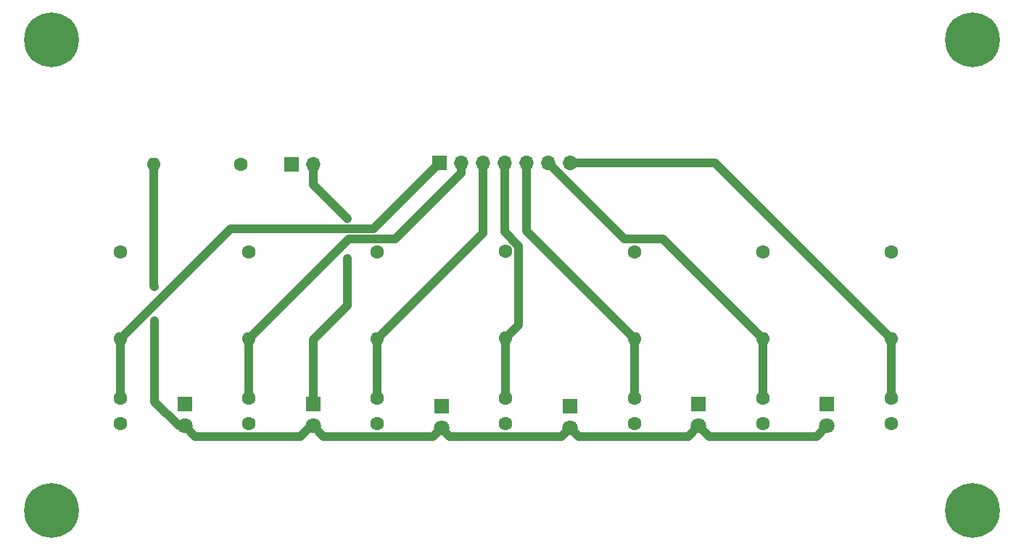
<source format=gbr>
G04 #@! TF.GenerationSoftware,KiCad,Pcbnew,8.0.6*
G04 #@! TF.CreationDate,2024-10-29T13:32:08-07:00*
G04 #@! TF.ProjectId,EE201_final_project_sensor_array,45453230-315f-4666-996e-616c5f70726f,rev?*
G04 #@! TF.SameCoordinates,Original*
G04 #@! TF.FileFunction,Copper,L1,Top*
G04 #@! TF.FilePolarity,Positive*
%FSLAX46Y46*%
G04 Gerber Fmt 4.6, Leading zero omitted, Abs format (unit mm)*
G04 Created by KiCad (PCBNEW 8.0.6) date 2024-10-29 13:32:08*
%MOMM*%
%LPD*%
G01*
G04 APERTURE LIST*
G04 #@! TA.AperFunction,ComponentPad*
%ADD10C,6.400000*%
G04 #@! TD*
G04 #@! TA.AperFunction,ComponentPad*
%ADD11C,1.600000*%
G04 #@! TD*
G04 #@! TA.AperFunction,ComponentPad*
%ADD12R,1.800000X1.800000*%
G04 #@! TD*
G04 #@! TA.AperFunction,ComponentPad*
%ADD13C,1.800000*%
G04 #@! TD*
G04 #@! TA.AperFunction,ComponentPad*
%ADD14O,1.600000X1.600000*%
G04 #@! TD*
G04 #@! TA.AperFunction,ComponentPad*
%ADD15R,1.700000X1.700000*%
G04 #@! TD*
G04 #@! TA.AperFunction,ComponentPad*
%ADD16O,1.700000X1.700000*%
G04 #@! TD*
G04 #@! TA.AperFunction,ViaPad*
%ADD17C,1.000000*%
G04 #@! TD*
G04 #@! TA.AperFunction,Conductor*
%ADD18C,1.000000*%
G04 #@! TD*
G04 APERTURE END LIST*
D10*
G04 #@! TO.P,H4,1,1*
G04 #@! TO.N,GND*
X230000000Y-105000000D03*
G04 #@! TD*
G04 #@! TO.P,H3,1,1*
G04 #@! TO.N,GND*
X122500000Y-105000000D03*
G04 #@! TD*
G04 #@! TO.P,H1,1,1*
G04 #@! TO.N,GND*
X122500000Y-50000000D03*
G04 #@! TD*
D11*
G04 #@! TO.P,R14,1*
G04 #@! TO.N,/A14*
X220500000Y-91840000D03*
G04 #@! TO.P,R14,2*
G04 #@! TO.N,GND*
X220500000Y-94840000D03*
G04 #@! TD*
D12*
G04 #@! TO.P,D6,1,K*
G04 #@! TO.N,GND*
X213000000Y-92565000D03*
D13*
G04 #@! TO.P,D6,2,A*
G04 #@! TO.N,Net-(D1-A)*
X213000000Y-95105000D03*
G04 #@! TD*
D12*
G04 #@! TO.P,D1,1,K*
G04 #@! TO.N,GND*
X138000000Y-92565000D03*
D13*
G04 #@! TO.P,D1,2,A*
G04 #@! TO.N,Net-(D1-A)*
X138000000Y-95105000D03*
G04 #@! TD*
D11*
G04 #@! TO.P,R4,1*
G04 #@! TO.N,VCC*
X175500000Y-74680000D03*
D14*
G04 #@! TO.P,R4,2*
G04 #@! TO.N,/A11*
X175500000Y-84840000D03*
G04 #@! TD*
D15*
G04 #@! TO.P,J1,1,Pin_1*
G04 #@! TO.N,/A8*
X167760000Y-64340000D03*
D16*
G04 #@! TO.P,J1,2,Pin_2*
G04 #@! TO.N,/A9*
X170300000Y-64340000D03*
G04 #@! TO.P,J1,3,Pin_3*
G04 #@! TO.N,/A10*
X172840000Y-64340000D03*
G04 #@! TO.P,J1,4,Pin_4*
G04 #@! TO.N,/A11*
X175380000Y-64340000D03*
G04 #@! TO.P,J1,5,Pin_5*
G04 #@! TO.N,/A12*
X177920000Y-64340000D03*
G04 #@! TO.P,J1,6,Pin_6*
G04 #@! TO.N,/A13*
X180460000Y-64340000D03*
G04 #@! TO.P,J1,7,Pin_7*
G04 #@! TO.N,/A14*
X183000000Y-64340000D03*
G04 #@! TD*
D11*
G04 #@! TO.P,R15,1*
G04 #@! TO.N,VCC*
X144580000Y-64500000D03*
D14*
G04 #@! TO.P,R15,2*
G04 #@! TO.N,Net-(D1-A)*
X134420000Y-64500000D03*
G04 #@! TD*
D12*
G04 #@! TO.P,D3,1,K*
G04 #@! TO.N,GND*
X168000000Y-92840000D03*
D13*
G04 #@! TO.P,D3,2,A*
G04 #@! TO.N,Net-(D1-A)*
X168000000Y-95380000D03*
G04 #@! TD*
D11*
G04 #@! TO.P,R5,1*
G04 #@! TO.N,VCC*
X190500000Y-74760000D03*
D14*
G04 #@! TO.P,R5,2*
G04 #@! TO.N,/A12*
X190500000Y-84920000D03*
G04 #@! TD*
D12*
G04 #@! TO.P,D2,1,K*
G04 #@! TO.N,GND*
X153000000Y-92565000D03*
D13*
G04 #@! TO.P,D2,2,A*
G04 #@! TO.N,Net-(D1-A)*
X153000000Y-95105000D03*
G04 #@! TD*
D11*
G04 #@! TO.P,R13,1*
G04 #@! TO.N,/A13*
X205500000Y-91840000D03*
G04 #@! TO.P,R13,2*
G04 #@! TO.N,GND*
X205500000Y-94840000D03*
G04 #@! TD*
G04 #@! TO.P,R8,1*
G04 #@! TO.N,/A8*
X130500000Y-91840000D03*
G04 #@! TO.P,R8,2*
G04 #@! TO.N,GND*
X130500000Y-94840000D03*
G04 #@! TD*
G04 #@! TO.P,R2,1*
G04 #@! TO.N,VCC*
X145500000Y-74760000D03*
D14*
G04 #@! TO.P,R2,2*
G04 #@! TO.N,/A9*
X145500000Y-84920000D03*
G04 #@! TD*
D11*
G04 #@! TO.P,R10,1*
G04 #@! TO.N,/A10*
X160500000Y-91840000D03*
G04 #@! TO.P,R10,2*
G04 #@! TO.N,GND*
X160500000Y-94840000D03*
G04 #@! TD*
D15*
G04 #@! TO.P,J2,1,Pin_1*
G04 #@! TO.N,VCC*
X150460000Y-64500000D03*
D16*
G04 #@! TO.P,J2,2,Pin_2*
G04 #@! TO.N,GND*
X153000000Y-64500000D03*
G04 #@! TD*
D11*
G04 #@! TO.P,R7,1*
G04 #@! TO.N,VCC*
X220500000Y-74760000D03*
D14*
G04 #@! TO.P,R7,2*
G04 #@! TO.N,/A14*
X220500000Y-84920000D03*
G04 #@! TD*
D12*
G04 #@! TO.P,D5,1,K*
G04 #@! TO.N,GND*
X198000000Y-92565000D03*
D13*
G04 #@! TO.P,D5,2,A*
G04 #@! TO.N,Net-(D1-A)*
X198000000Y-95105000D03*
G04 #@! TD*
D11*
G04 #@! TO.P,R12,1*
G04 #@! TO.N,/A12*
X190500000Y-91840000D03*
G04 #@! TO.P,R12,2*
G04 #@! TO.N,GND*
X190500000Y-94840000D03*
G04 #@! TD*
G04 #@! TO.P,R1,1*
G04 #@! TO.N,VCC*
X130500000Y-74760000D03*
D14*
G04 #@! TO.P,R1,2*
G04 #@! TO.N,/A8*
X130500000Y-84920000D03*
G04 #@! TD*
D11*
G04 #@! TO.P,R6,1*
G04 #@! TO.N,VCC*
X205500000Y-74760000D03*
D14*
G04 #@! TO.P,R6,2*
G04 #@! TO.N,/A13*
X205500000Y-84920000D03*
G04 #@! TD*
D11*
G04 #@! TO.P,R3,1*
G04 #@! TO.N,VCC*
X160500000Y-74760000D03*
D14*
G04 #@! TO.P,R3,2*
G04 #@! TO.N,/A10*
X160500000Y-84920000D03*
G04 #@! TD*
D11*
G04 #@! TO.P,R11,1*
G04 #@! TO.N,/A11*
X175500000Y-91840000D03*
G04 #@! TO.P,R11,2*
G04 #@! TO.N,GND*
X175500000Y-94840000D03*
G04 #@! TD*
G04 #@! TO.P,R9,1*
G04 #@! TO.N,/A9*
X145500000Y-91840000D03*
G04 #@! TO.P,R9,2*
G04 #@! TO.N,GND*
X145500000Y-94840000D03*
G04 #@! TD*
D12*
G04 #@! TO.P,D4,1,K*
G04 #@! TO.N,GND*
X183000000Y-92800000D03*
D13*
G04 #@! TO.P,D4,2,A*
G04 #@! TO.N,Net-(D1-A)*
X183000000Y-95340000D03*
G04 #@! TD*
D10*
G04 #@! TO.P,H2,1,1*
G04 #@! TO.N,GND*
X230000000Y-50000000D03*
G04 #@! TD*
D17*
G04 #@! TO.N,GND*
X157000000Y-75500000D03*
X157000000Y-70860000D03*
G04 #@! TO.N,Net-(D1-A)*
X134500000Y-82840000D03*
X134500000Y-78840000D03*
G04 #@! TD*
D18*
G04 #@! TO.N,GND*
X153000000Y-66860000D02*
X157000000Y-70860000D01*
X157000000Y-75500000D02*
X157000000Y-81000000D01*
X153000000Y-85000000D02*
X153000000Y-92565000D01*
X157000000Y-81000000D02*
X153000000Y-85000000D01*
X153000000Y-64500000D02*
X153000000Y-66860000D01*
G04 #@! TO.N,Net-(D1-A)*
X182000000Y-96340000D02*
X168960000Y-96340000D01*
X184000000Y-96340000D02*
X183000000Y-95340000D01*
X137340000Y-95105000D02*
X138000000Y-95105000D01*
X139235000Y-96340000D02*
X138000000Y-95105000D01*
X134420000Y-78760000D02*
X134500000Y-78840000D01*
X153000000Y-95105000D02*
X152735000Y-95105000D01*
X152735000Y-95105000D02*
X151500000Y-96340000D01*
X134420000Y-64500000D02*
X134420000Y-78760000D01*
X167040000Y-96340000D02*
X154235000Y-96340000D01*
X183000000Y-95340000D02*
X182000000Y-96340000D01*
X168960000Y-96340000D02*
X168000000Y-95380000D01*
X213000000Y-95105000D02*
X211765000Y-96340000D01*
X196765000Y-96340000D02*
X184000000Y-96340000D01*
X154235000Y-96340000D02*
X153000000Y-95105000D01*
X134500000Y-92265000D02*
X137340000Y-95105000D01*
X198000000Y-95105000D02*
X196765000Y-96340000D01*
X168000000Y-95380000D02*
X167040000Y-96340000D01*
X211765000Y-96340000D02*
X199235000Y-96340000D01*
X199235000Y-96340000D02*
X198000000Y-95105000D01*
X151500000Y-96340000D02*
X139235000Y-96340000D01*
X134500000Y-82840000D02*
X134500000Y-92265000D01*
G04 #@! TO.N,/A12*
X190500000Y-84920000D02*
X190500000Y-91840000D01*
X177920000Y-72340000D02*
X190500000Y-84920000D01*
X177920000Y-64340000D02*
X177920000Y-72340000D01*
G04 #@! TO.N,/A10*
X160500000Y-84920000D02*
X160500000Y-91840000D01*
X172840000Y-64340000D02*
X172840000Y-72580000D01*
X172840000Y-72580000D02*
X160500000Y-84920000D01*
G04 #@! TO.N,/A11*
X175380000Y-72438679D02*
X177000000Y-74058679D01*
X177000000Y-83340000D02*
X175500000Y-84840000D01*
X175380000Y-64340000D02*
X175380000Y-72438679D01*
X175500000Y-84840000D02*
X175500000Y-91840000D01*
X177000000Y-74058679D02*
X177000000Y-83340000D01*
G04 #@! TO.N,/A8*
X160040000Y-72060000D02*
X167760000Y-64340000D01*
X130500000Y-84920000D02*
X143360000Y-72060000D01*
X130500000Y-84920000D02*
X130500000Y-91840000D01*
X143360000Y-72060000D02*
X160040000Y-72060000D01*
G04 #@! TO.N,/A13*
X189380000Y-73260000D02*
X193840000Y-73260000D01*
X205500000Y-84920000D02*
X205500000Y-91840000D01*
X180460000Y-64340000D02*
X189380000Y-73260000D01*
X193840000Y-73260000D02*
X205500000Y-84920000D01*
G04 #@! TO.N,/A9*
X170300000Y-65542081D02*
X162582081Y-73260000D01*
X162582081Y-73260000D02*
X157160000Y-73260000D01*
X170300000Y-64340000D02*
X170300000Y-65542081D01*
X145500000Y-84920000D02*
X145500000Y-91840000D01*
X157160000Y-73260000D02*
X145500000Y-84920000D01*
G04 #@! TO.N,/A14*
X220500000Y-84920000D02*
X220500000Y-91840000D01*
X183000000Y-64340000D02*
X199920000Y-64340000D01*
X199920000Y-64340000D02*
X220500000Y-84920000D01*
G04 #@! TD*
M02*

</source>
